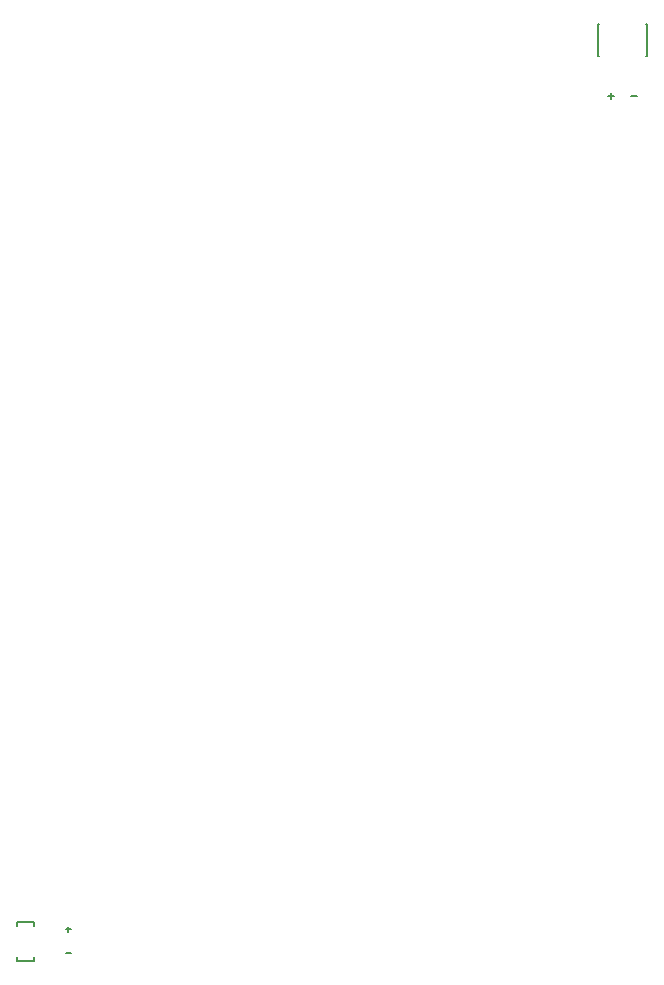
<source format=gto>
%FSTAX23Y23*%
%MOIN*%
%SFA1B1*%

%IPPOS*%
%ADD10C,0.005900*%
%LNbattery_flex-1*%
%LPD*%
G54D10*
X-00868Y-01232D02*
Y-01219D01*
X-00809*
Y-01232D02*
Y-01219D01*
X-00868Y-01348D02*
Y-01335D01*
Y-01348D02*
X-00809D01*
Y-01335*
X01234Y01667D02*
Y01773D01*
X01068Y01667D02*
Y01773D01*
X0123Y01667D02*
X01234D01*
X01068D02*
X01072D01*
X01068Y01773D02*
X01072D01*
X0123D02*
X01234D01*
X01112Y01524D02*
Y01543D01*
X01103Y01533D02*
X01122D01*
X01198Y01533D02*
X0118D01*
X-00705Y-01321D02*
X-00687D01*
X-00705Y-01244D02*
X-00687D01*
X-00696Y-01235D02*
Y-01253D01*
M02*
</source>
